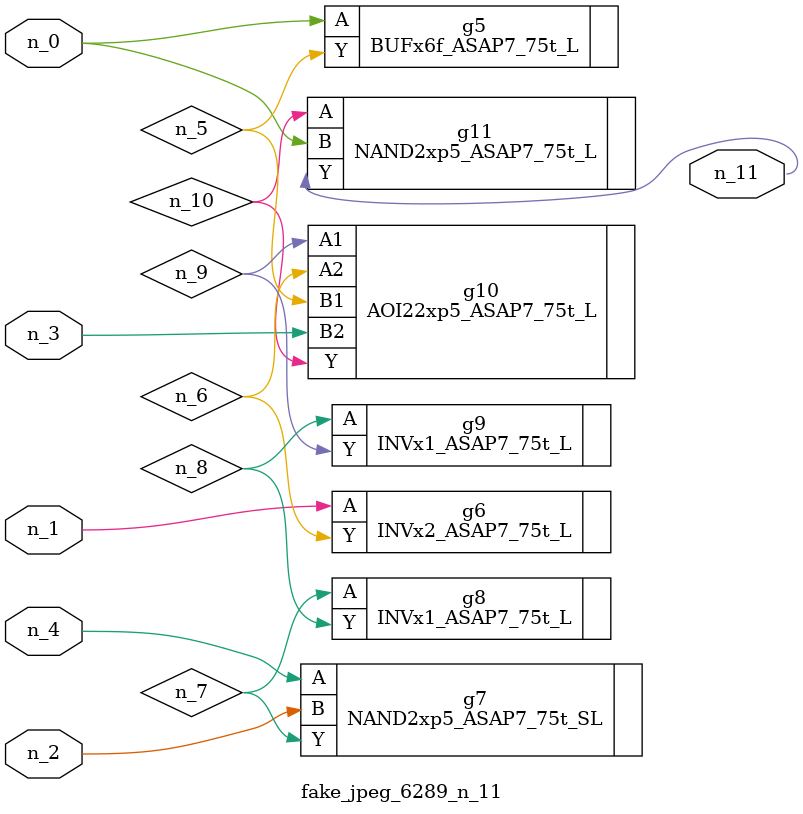
<source format=v>
module fake_jpeg_6289_n_11 (n_3, n_2, n_1, n_0, n_4, n_11);

input n_3;
input n_2;
input n_1;
input n_0;
input n_4;

output n_11;

wire n_10;
wire n_8;
wire n_9;
wire n_6;
wire n_5;
wire n_7;

BUFx6f_ASAP7_75t_L g5 ( 
.A(n_0),
.Y(n_5)
);

INVx2_ASAP7_75t_L g6 ( 
.A(n_1),
.Y(n_6)
);

NAND2xp5_ASAP7_75t_SL g7 ( 
.A(n_4),
.B(n_2),
.Y(n_7)
);

INVx1_ASAP7_75t_L g8 ( 
.A(n_7),
.Y(n_8)
);

INVx1_ASAP7_75t_L g9 ( 
.A(n_8),
.Y(n_9)
);

AOI22xp5_ASAP7_75t_L g10 ( 
.A1(n_9),
.A2(n_6),
.B1(n_5),
.B2(n_3),
.Y(n_10)
);

NAND2xp5_ASAP7_75t_L g11 ( 
.A(n_10),
.B(n_0),
.Y(n_11)
);


endmodule
</source>
